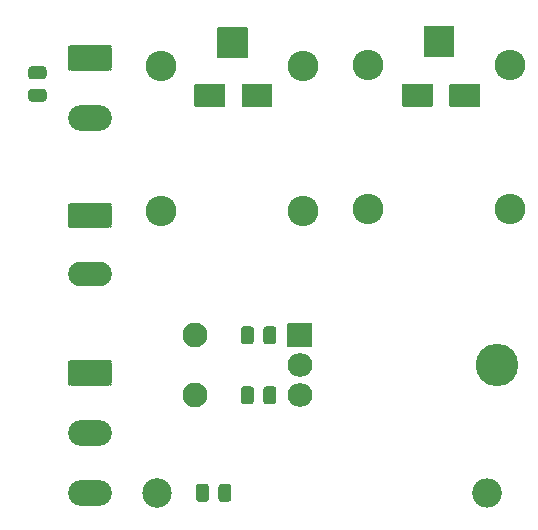
<source format=gbr>
G04 #@! TF.GenerationSoftware,KiCad,Pcbnew,(5.1.10)-1*
G04 #@! TF.CreationDate,2021-08-17T16:02:48+03:00*
G04 #@! TF.ProjectId,ControlledBlinds,436f6e74-726f-46c6-9c65-64426c696e64,rev?*
G04 #@! TF.SameCoordinates,Original*
G04 #@! TF.FileFunction,Soldermask,Bot*
G04 #@! TF.FilePolarity,Negative*
%FSLAX46Y46*%
G04 Gerber Fmt 4.6, Leading zero omitted, Abs format (unit mm)*
G04 Created by KiCad (PCBNEW (5.1.10)-1) date 2021-08-17 16:02:48*
%MOMM*%
%LPD*%
G01*
G04 APERTURE LIST*
%ADD10O,2.602000X2.602000*%
%ADD11C,2.102000*%
%ADD12O,3.702000X2.102000*%
%ADD13O,3.702000X2.182000*%
%ADD14C,2.502000*%
%ADD15O,2.502000X2.502000*%
%ADD16O,3.602000X3.602000*%
%ADD17O,2.102000X2.007000*%
%ADD18C,0.100000*%
G04 APERTURE END LIST*
D10*
X87280000Y-47085000D03*
X87280000Y-59285000D03*
X75280000Y-59285000D03*
X75280000Y-47085000D03*
G36*
G01*
X79979000Y-46335000D02*
X79979000Y-43835000D01*
G75*
G02*
X80030000Y-43784000I51000J0D01*
G01*
X82530000Y-43784000D01*
G75*
G02*
X82581000Y-43835000I0J-51000D01*
G01*
X82581000Y-46335000D01*
G75*
G02*
X82530000Y-46386000I-51000J0D01*
G01*
X80030000Y-46386000D01*
G75*
G02*
X79979000Y-46335000I0J51000D01*
G01*
G37*
G36*
G01*
X83106000Y-74429500D02*
X83106000Y-75430500D01*
G75*
G02*
X82830500Y-75706000I-275500J0D01*
G01*
X82279500Y-75706000D01*
G75*
G02*
X82004000Y-75430500I0J275500D01*
G01*
X82004000Y-74429500D01*
G75*
G02*
X82279500Y-74154000I275500J0D01*
G01*
X82830500Y-74154000D01*
G75*
G02*
X83106000Y-74429500I0J-275500D01*
G01*
G37*
G36*
G01*
X85006000Y-74429500D02*
X85006000Y-75430500D01*
G75*
G02*
X84730500Y-75706000I-275500J0D01*
G01*
X84179500Y-75706000D01*
G75*
G02*
X83904000Y-75430500I0J275500D01*
G01*
X83904000Y-74429500D01*
G75*
G02*
X84179500Y-74154000I275500J0D01*
G01*
X84730500Y-74154000D01*
G75*
G02*
X85006000Y-74429500I0J-275500D01*
G01*
G37*
G36*
G01*
X64269500Y-47074000D02*
X65270500Y-47074000D01*
G75*
G02*
X65546000Y-47349500I0J-275500D01*
G01*
X65546000Y-47900500D01*
G75*
G02*
X65270500Y-48176000I-275500J0D01*
G01*
X64269500Y-48176000D01*
G75*
G02*
X63994000Y-47900500I0J275500D01*
G01*
X63994000Y-47349500D01*
G75*
G02*
X64269500Y-47074000I275500J0D01*
G01*
G37*
G36*
G01*
X64269500Y-48974000D02*
X65270500Y-48974000D01*
G75*
G02*
X65546000Y-49249500I0J-275500D01*
G01*
X65546000Y-49800500D01*
G75*
G02*
X65270500Y-50076000I-275500J0D01*
G01*
X64269500Y-50076000D01*
G75*
G02*
X63994000Y-49800500I0J275500D01*
G01*
X63994000Y-49249500D01*
G75*
G02*
X64269500Y-48974000I275500J0D01*
G01*
G37*
G36*
G01*
X80094000Y-83685500D02*
X80094000Y-82684500D01*
G75*
G02*
X80369500Y-82409000I275500J0D01*
G01*
X80920500Y-82409000D01*
G75*
G02*
X81196000Y-82684500I0J-275500D01*
G01*
X81196000Y-83685500D01*
G75*
G02*
X80920500Y-83961000I-275500J0D01*
G01*
X80369500Y-83961000D01*
G75*
G02*
X80094000Y-83685500I0J275500D01*
G01*
G37*
G36*
G01*
X78194000Y-83685500D02*
X78194000Y-82684500D01*
G75*
G02*
X78469500Y-82409000I275500J0D01*
G01*
X79020500Y-82409000D01*
G75*
G02*
X79296000Y-82684500I0J-275500D01*
G01*
X79296000Y-83685500D01*
G75*
G02*
X79020500Y-83961000I-275500J0D01*
G01*
X78469500Y-83961000D01*
G75*
G02*
X78194000Y-83685500I0J275500D01*
G01*
G37*
G36*
G01*
X85006000Y-69349500D02*
X85006000Y-70350500D01*
G75*
G02*
X84730500Y-70626000I-275500J0D01*
G01*
X84179500Y-70626000D01*
G75*
G02*
X83904000Y-70350500I0J275500D01*
G01*
X83904000Y-69349500D01*
G75*
G02*
X84179500Y-69074000I275500J0D01*
G01*
X84730500Y-69074000D01*
G75*
G02*
X85006000Y-69349500I0J-275500D01*
G01*
G37*
G36*
G01*
X83106000Y-69349500D02*
X83106000Y-70350500D01*
G75*
G02*
X82830500Y-70626000I-275500J0D01*
G01*
X82279500Y-70626000D01*
G75*
G02*
X82004000Y-70350500I0J275500D01*
G01*
X82004000Y-69349500D01*
G75*
G02*
X82279500Y-69074000I275500J0D01*
G01*
X82830500Y-69074000D01*
G75*
G02*
X83106000Y-69349500I0J-275500D01*
G01*
G37*
G36*
G01*
X102266000Y-48630000D02*
X102266000Y-50430000D01*
G75*
G02*
X102215000Y-50481000I-51000J0D01*
G01*
X99715000Y-50481000D01*
G75*
G02*
X99664000Y-50430000I0J51000D01*
G01*
X99664000Y-48630000D01*
G75*
G02*
X99715000Y-48579000I51000J0D01*
G01*
X102215000Y-48579000D01*
G75*
G02*
X102266000Y-48630000I0J-51000D01*
G01*
G37*
G36*
G01*
X98266000Y-48630000D02*
X98266000Y-50430000D01*
G75*
G02*
X98215000Y-50481000I-51000J0D01*
G01*
X95715000Y-50481000D01*
G75*
G02*
X95664000Y-50430000I0J51000D01*
G01*
X95664000Y-48630000D01*
G75*
G02*
X95715000Y-48579000I51000J0D01*
G01*
X98215000Y-48579000D01*
G75*
G02*
X98266000Y-48630000I0J-51000D01*
G01*
G37*
G36*
G01*
X80676000Y-48630000D02*
X80676000Y-50430000D01*
G75*
G02*
X80625000Y-50481000I-51000J0D01*
G01*
X78125000Y-50481000D01*
G75*
G02*
X78074000Y-50430000I0J51000D01*
G01*
X78074000Y-48630000D01*
G75*
G02*
X78125000Y-48579000I51000J0D01*
G01*
X80625000Y-48579000D01*
G75*
G02*
X80676000Y-48630000I0J-51000D01*
G01*
G37*
G36*
G01*
X84676000Y-48630000D02*
X84676000Y-50430000D01*
G75*
G02*
X84625000Y-50481000I-51000J0D01*
G01*
X82125000Y-50481000D01*
G75*
G02*
X82074000Y-50430000I0J51000D01*
G01*
X82074000Y-48630000D01*
G75*
G02*
X82125000Y-48579000I51000J0D01*
G01*
X84625000Y-48579000D01*
G75*
G02*
X84676000Y-48630000I0J-51000D01*
G01*
G37*
D11*
X78105000Y-69850000D03*
X78095000Y-74930000D03*
G36*
G01*
X67626750Y-58639000D02*
X70803250Y-58639000D01*
G75*
G02*
X71066000Y-58901750I0J-262750D01*
G01*
X71066000Y-60478250D01*
G75*
G02*
X70803250Y-60741000I-262750J0D01*
G01*
X67626750Y-60741000D01*
G75*
G02*
X67364000Y-60478250I0J262750D01*
G01*
X67364000Y-58901750D01*
G75*
G02*
X67626750Y-58639000I262750J0D01*
G01*
G37*
D12*
X69215000Y-64690000D03*
G36*
G01*
X67626258Y-71934000D02*
X70803742Y-71934000D01*
G75*
G02*
X71066000Y-72196258I0J-262258D01*
G01*
X71066000Y-73853742D01*
G75*
G02*
X70803742Y-74116000I-262258J0D01*
G01*
X67626258Y-74116000D01*
G75*
G02*
X67364000Y-73853742I0J262258D01*
G01*
X67364000Y-72196258D01*
G75*
G02*
X67626258Y-71934000I262258J0D01*
G01*
G37*
D13*
X69215000Y-78105000D03*
X69215000Y-83185000D03*
G36*
G01*
X97474000Y-46240000D02*
X97474000Y-43740000D01*
G75*
G02*
X97525000Y-43689000I51000J0D01*
G01*
X100025000Y-43689000D01*
G75*
G02*
X100076000Y-43740000I0J-51000D01*
G01*
X100076000Y-46240000D01*
G75*
G02*
X100025000Y-46291000I-51000J0D01*
G01*
X97525000Y-46291000D01*
G75*
G02*
X97474000Y-46240000I0J51000D01*
G01*
G37*
D10*
X92775000Y-46990000D03*
X92775000Y-59190000D03*
X104775000Y-59190000D03*
X104775000Y-46990000D03*
G36*
G01*
X67626258Y-45264000D02*
X70803742Y-45264000D01*
G75*
G02*
X71066000Y-45526258I0J-262258D01*
G01*
X71066000Y-47183742D01*
G75*
G02*
X70803742Y-47446000I-262258J0D01*
G01*
X67626258Y-47446000D01*
G75*
G02*
X67364000Y-47183742I0J262258D01*
G01*
X67364000Y-45526258D01*
G75*
G02*
X67626258Y-45264000I262258J0D01*
G01*
G37*
D13*
X69215000Y-51435000D03*
D14*
X74930000Y-83185000D03*
D15*
X102870000Y-83185000D03*
D16*
X103655000Y-72390000D03*
G36*
G01*
X85995000Y-68846500D02*
X87995000Y-68846500D01*
G75*
G02*
X88046000Y-68897500I0J-51000D01*
G01*
X88046000Y-70802500D01*
G75*
G02*
X87995000Y-70853500I-51000J0D01*
G01*
X85995000Y-70853500D01*
G75*
G02*
X85944000Y-70802500I0J51000D01*
G01*
X85944000Y-68897500D01*
G75*
G02*
X85995000Y-68846500I51000J0D01*
G01*
G37*
D17*
X86995000Y-72390000D03*
X86995000Y-74930000D03*
D18*
G36*
X71067165Y-73852116D02*
G01*
X71068000Y-73853742D01*
X71068000Y-73942552D01*
X71067990Y-73942748D01*
X71064182Y-73981413D01*
X71064106Y-73981798D01*
X71054620Y-74013070D01*
X71054470Y-74013432D01*
X71039066Y-74042251D01*
X71038848Y-74042577D01*
X71018116Y-74067839D01*
X71017839Y-74068116D01*
X70992577Y-74088848D01*
X70992251Y-74089066D01*
X70963432Y-74104470D01*
X70963070Y-74104620D01*
X70931798Y-74114106D01*
X70931413Y-74114182D01*
X70892748Y-74117990D01*
X70892552Y-74118000D01*
X70803742Y-74118000D01*
X70802010Y-74117000D01*
X70802010Y-74115000D01*
X70803546Y-74114010D01*
X70854511Y-74108991D01*
X70903335Y-74094180D01*
X70948329Y-74070131D01*
X70987765Y-74037765D01*
X71020131Y-73998329D01*
X71044180Y-73953335D01*
X71058991Y-73904511D01*
X71064010Y-73853546D01*
X71065175Y-73851920D01*
X71067165Y-73852116D01*
G37*
G36*
X67365990Y-73853546D02*
G01*
X67371009Y-73904511D01*
X67385820Y-73953335D01*
X67409869Y-73998329D01*
X67442235Y-74037765D01*
X67481671Y-74070131D01*
X67526665Y-74094180D01*
X67575489Y-74108991D01*
X67626454Y-74114010D01*
X67628080Y-74115175D01*
X67627884Y-74117165D01*
X67626258Y-74118000D01*
X67537448Y-74118000D01*
X67537252Y-74117990D01*
X67498587Y-74114182D01*
X67498202Y-74114106D01*
X67466930Y-74104620D01*
X67466568Y-74104470D01*
X67437749Y-74089066D01*
X67437423Y-74088848D01*
X67412161Y-74068116D01*
X67411884Y-74067839D01*
X67391152Y-74042577D01*
X67390934Y-74042251D01*
X67375530Y-74013432D01*
X67375380Y-74013070D01*
X67365894Y-73981798D01*
X67365818Y-73981413D01*
X67362010Y-73942748D01*
X67362000Y-73942552D01*
X67362000Y-73853742D01*
X67363000Y-73852010D01*
X67365000Y-73852010D01*
X67365990Y-73853546D01*
G37*
G36*
X67627990Y-71933000D02*
G01*
X67627990Y-71935000D01*
X67626454Y-71935990D01*
X67575489Y-71941009D01*
X67526665Y-71955820D01*
X67481671Y-71979869D01*
X67442235Y-72012235D01*
X67409869Y-72051671D01*
X67385820Y-72096665D01*
X67371009Y-72145489D01*
X67365990Y-72196454D01*
X67364825Y-72198080D01*
X67362835Y-72197884D01*
X67362000Y-72196258D01*
X67362000Y-72107448D01*
X67362010Y-72107252D01*
X67365818Y-72068587D01*
X67365894Y-72068202D01*
X67375380Y-72036930D01*
X67375530Y-72036568D01*
X67390934Y-72007749D01*
X67391152Y-72007423D01*
X67411884Y-71982161D01*
X67412161Y-71981884D01*
X67437423Y-71961152D01*
X67437749Y-71960934D01*
X67466568Y-71945530D01*
X67466930Y-71945380D01*
X67498202Y-71935894D01*
X67498587Y-71935818D01*
X67537252Y-71932010D01*
X67537448Y-71932000D01*
X67626258Y-71932000D01*
X67627990Y-71933000D01*
G37*
G36*
X70892748Y-71932010D02*
G01*
X70931413Y-71935818D01*
X70931798Y-71935894D01*
X70963070Y-71945380D01*
X70963432Y-71945530D01*
X70992251Y-71960934D01*
X70992577Y-71961152D01*
X71017839Y-71981884D01*
X71018116Y-71982161D01*
X71038848Y-72007423D01*
X71039066Y-72007749D01*
X71054470Y-72036568D01*
X71054620Y-72036930D01*
X71064106Y-72068202D01*
X71064182Y-72068587D01*
X71067990Y-72107252D01*
X71068000Y-72107448D01*
X71068000Y-72196258D01*
X71067000Y-72197990D01*
X71065000Y-72197990D01*
X71064010Y-72196454D01*
X71058991Y-72145489D01*
X71044180Y-72096665D01*
X71020131Y-72051671D01*
X70987765Y-72012235D01*
X70948329Y-71979869D01*
X70903335Y-71955820D01*
X70854511Y-71941009D01*
X70803546Y-71935990D01*
X70801920Y-71934825D01*
X70802116Y-71932835D01*
X70803742Y-71932000D01*
X70892552Y-71932000D01*
X70892748Y-71932010D01*
G37*
G36*
X71067165Y-60476624D02*
G01*
X71068000Y-60478250D01*
X71068000Y-60565860D01*
X71067990Y-60566056D01*
X71064150Y-60605048D01*
X71064074Y-60605433D01*
X71054491Y-60637024D01*
X71054341Y-60637386D01*
X71038779Y-60666500D01*
X71038561Y-60666826D01*
X71017620Y-60692343D01*
X71017343Y-60692620D01*
X70991826Y-60713561D01*
X70991500Y-60713779D01*
X70962386Y-60729341D01*
X70962024Y-60729491D01*
X70930433Y-60739074D01*
X70930048Y-60739150D01*
X70891056Y-60742990D01*
X70890860Y-60743000D01*
X70803250Y-60743000D01*
X70801518Y-60742000D01*
X70801518Y-60740000D01*
X70803054Y-60739010D01*
X70854115Y-60733981D01*
X70903031Y-60719142D01*
X70948110Y-60695048D01*
X70987621Y-60662621D01*
X71020048Y-60623110D01*
X71044142Y-60578031D01*
X71058981Y-60529115D01*
X71064010Y-60478054D01*
X71065175Y-60476428D01*
X71067165Y-60476624D01*
G37*
G36*
X67365990Y-60478054D02*
G01*
X67371019Y-60529115D01*
X67385858Y-60578031D01*
X67409952Y-60623110D01*
X67442379Y-60662621D01*
X67481890Y-60695048D01*
X67526969Y-60719142D01*
X67575885Y-60733981D01*
X67626946Y-60739010D01*
X67628572Y-60740175D01*
X67628376Y-60742165D01*
X67626750Y-60743000D01*
X67539140Y-60743000D01*
X67538944Y-60742990D01*
X67499952Y-60739150D01*
X67499567Y-60739074D01*
X67467976Y-60729491D01*
X67467614Y-60729341D01*
X67438500Y-60713779D01*
X67438174Y-60713561D01*
X67412657Y-60692620D01*
X67412380Y-60692343D01*
X67391439Y-60666826D01*
X67391221Y-60666500D01*
X67375659Y-60637386D01*
X67375509Y-60637024D01*
X67365926Y-60605433D01*
X67365850Y-60605048D01*
X67362010Y-60566056D01*
X67362000Y-60565860D01*
X67362000Y-60478250D01*
X67363000Y-60476518D01*
X67365000Y-60476518D01*
X67365990Y-60478054D01*
G37*
G36*
X67628482Y-58638000D02*
G01*
X67628482Y-58640000D01*
X67626946Y-58640990D01*
X67575885Y-58646019D01*
X67526969Y-58660858D01*
X67481890Y-58684952D01*
X67442379Y-58717379D01*
X67409952Y-58756890D01*
X67385858Y-58801969D01*
X67371019Y-58850885D01*
X67365990Y-58901946D01*
X67364825Y-58903572D01*
X67362835Y-58903376D01*
X67362000Y-58901750D01*
X67362000Y-58814140D01*
X67362010Y-58813944D01*
X67365850Y-58774952D01*
X67365926Y-58774567D01*
X67375509Y-58742976D01*
X67375659Y-58742614D01*
X67391221Y-58713500D01*
X67391439Y-58713174D01*
X67412380Y-58687657D01*
X67412657Y-58687380D01*
X67438174Y-58666439D01*
X67438500Y-58666221D01*
X67467614Y-58650659D01*
X67467976Y-58650509D01*
X67499567Y-58640926D01*
X67499952Y-58640850D01*
X67538944Y-58637010D01*
X67539140Y-58637000D01*
X67626750Y-58637000D01*
X67628482Y-58638000D01*
G37*
G36*
X70891056Y-58637010D02*
G01*
X70930048Y-58640850D01*
X70930433Y-58640926D01*
X70962024Y-58650509D01*
X70962386Y-58650659D01*
X70991500Y-58666221D01*
X70991826Y-58666439D01*
X71017343Y-58687380D01*
X71017620Y-58687657D01*
X71038561Y-58713174D01*
X71038779Y-58713500D01*
X71054341Y-58742614D01*
X71054491Y-58742976D01*
X71064074Y-58774567D01*
X71064150Y-58774952D01*
X71067990Y-58813944D01*
X71068000Y-58814140D01*
X71068000Y-58901750D01*
X71067000Y-58903482D01*
X71065000Y-58903482D01*
X71064010Y-58901946D01*
X71058981Y-58850885D01*
X71044142Y-58801969D01*
X71020048Y-58756890D01*
X70987621Y-58717379D01*
X70948110Y-58684952D01*
X70903031Y-58660858D01*
X70854115Y-58646019D01*
X70803054Y-58640990D01*
X70801428Y-58639825D01*
X70801624Y-58637835D01*
X70803250Y-58637000D01*
X70890860Y-58637000D01*
X70891056Y-58637010D01*
G37*
G36*
X71067165Y-47182116D02*
G01*
X71068000Y-47183742D01*
X71068000Y-47272552D01*
X71067990Y-47272748D01*
X71064182Y-47311413D01*
X71064106Y-47311798D01*
X71054620Y-47343070D01*
X71054470Y-47343432D01*
X71039066Y-47372251D01*
X71038848Y-47372577D01*
X71018116Y-47397839D01*
X71017839Y-47398116D01*
X70992577Y-47418848D01*
X70992251Y-47419066D01*
X70963432Y-47434470D01*
X70963070Y-47434620D01*
X70931798Y-47444106D01*
X70931413Y-47444182D01*
X70892748Y-47447990D01*
X70892552Y-47448000D01*
X70803742Y-47448000D01*
X70802010Y-47447000D01*
X70802010Y-47445000D01*
X70803546Y-47444010D01*
X70854511Y-47438991D01*
X70903335Y-47424180D01*
X70948329Y-47400131D01*
X70987765Y-47367765D01*
X71020131Y-47328329D01*
X71044180Y-47283335D01*
X71058991Y-47234511D01*
X71064010Y-47183546D01*
X71065175Y-47181920D01*
X71067165Y-47182116D01*
G37*
G36*
X67365990Y-47183546D02*
G01*
X67371009Y-47234511D01*
X67385820Y-47283335D01*
X67409869Y-47328329D01*
X67442235Y-47367765D01*
X67481671Y-47400131D01*
X67526665Y-47424180D01*
X67575489Y-47438991D01*
X67626454Y-47444010D01*
X67628080Y-47445175D01*
X67627884Y-47447165D01*
X67626258Y-47448000D01*
X67537448Y-47448000D01*
X67537252Y-47447990D01*
X67498587Y-47444182D01*
X67498202Y-47444106D01*
X67466930Y-47434620D01*
X67466568Y-47434470D01*
X67437749Y-47419066D01*
X67437423Y-47418848D01*
X67412161Y-47398116D01*
X67411884Y-47397839D01*
X67391152Y-47372577D01*
X67390934Y-47372251D01*
X67375530Y-47343432D01*
X67375380Y-47343070D01*
X67365894Y-47311798D01*
X67365818Y-47311413D01*
X67362010Y-47272748D01*
X67362000Y-47272552D01*
X67362000Y-47183742D01*
X67363000Y-47182010D01*
X67365000Y-47182010D01*
X67365990Y-47183546D01*
G37*
G36*
X67627990Y-45263000D02*
G01*
X67627990Y-45265000D01*
X67626454Y-45265990D01*
X67575489Y-45271009D01*
X67526665Y-45285820D01*
X67481671Y-45309869D01*
X67442235Y-45342235D01*
X67409869Y-45381671D01*
X67385820Y-45426665D01*
X67371009Y-45475489D01*
X67365990Y-45526454D01*
X67364825Y-45528080D01*
X67362835Y-45527884D01*
X67362000Y-45526258D01*
X67362000Y-45437448D01*
X67362010Y-45437252D01*
X67365818Y-45398587D01*
X67365894Y-45398202D01*
X67375380Y-45366930D01*
X67375530Y-45366568D01*
X67390934Y-45337749D01*
X67391152Y-45337423D01*
X67411884Y-45312161D01*
X67412161Y-45311884D01*
X67437423Y-45291152D01*
X67437749Y-45290934D01*
X67466568Y-45275530D01*
X67466930Y-45275380D01*
X67498202Y-45265894D01*
X67498587Y-45265818D01*
X67537252Y-45262010D01*
X67537448Y-45262000D01*
X67626258Y-45262000D01*
X67627990Y-45263000D01*
G37*
G36*
X70892748Y-45262010D02*
G01*
X70931413Y-45265818D01*
X70931798Y-45265894D01*
X70963070Y-45275380D01*
X70963432Y-45275530D01*
X70992251Y-45290934D01*
X70992577Y-45291152D01*
X71017839Y-45311884D01*
X71018116Y-45312161D01*
X71038848Y-45337423D01*
X71039066Y-45337749D01*
X71054470Y-45366568D01*
X71054620Y-45366930D01*
X71064106Y-45398202D01*
X71064182Y-45398587D01*
X71067990Y-45437252D01*
X71068000Y-45437448D01*
X71068000Y-45526258D01*
X71067000Y-45527990D01*
X71065000Y-45527990D01*
X71064010Y-45526454D01*
X71058991Y-45475489D01*
X71044180Y-45426665D01*
X71020131Y-45381671D01*
X70987765Y-45342235D01*
X70948329Y-45309869D01*
X70903335Y-45285820D01*
X70854511Y-45271009D01*
X70803546Y-45265990D01*
X70801920Y-45264825D01*
X70802116Y-45262835D01*
X70803742Y-45262000D01*
X70892552Y-45262000D01*
X70892748Y-45262010D01*
G37*
M02*

</source>
